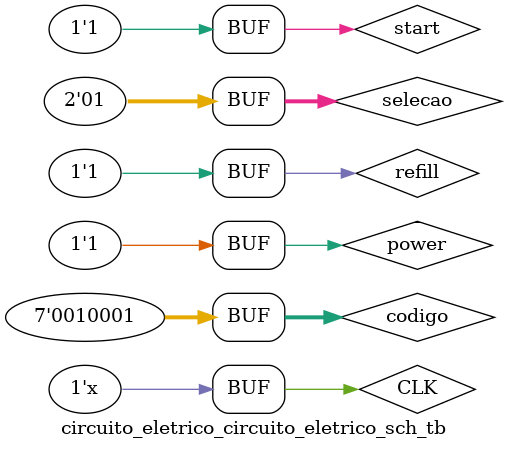
<source format=v>

`timescale 1s/1s

module circuito_eletrico_circuito_eletrico_sch_tb();

// Inputs
reg power;
reg [6:0] codigo;
reg [1:0] selecao;
reg start;
reg refill;
reg CLK;

// Outputs
wire termobloco;
wire bomba;
wire [3:0] reservatorio;
wire [3:0] estado;
wire contador_ligar;

// Instantiate the Unit Under Test (UUT)
circuito_eletrico UUT (
	.power(power), 
	.codigo(codigo), 
	.selecao(selecao), 
	.start(start), 
	.refill(refill), 
	.CLK(CLK), 
	.termobloco(termobloco), 
	.bomba(bomba), 
	.reservatorio(reservatorio), 
	.estado(estado)
);


always 
     #380 CLK = ~CLK;
	initial begin
		{CLK} <= 0;
		power = 0;// Power is off but something was selected (displays "nothing hapens" ) and start has been pressed
		#760;
		power = 1; start =0;	// Power is on, termobloco heats up for 5 seconds 
		#4180;
		codigo = 5'b10011; // Codigo incorreto		 
		#760;
		power = 0;// changed my mind i dont know the code 
		#2280;
		power = 1;// i remembered the code after 3 seconds lets put the power back on
		#760;
		codigo = 5'b10001; // Codigo correto		 
		#760;
		selecao = 2'b10;// selecao	 
		#760;
		start = 1;// start	 
		#3040;
		// proximo café
		start = 0;
		#2280;
		selecao = 2'b01;// selecao	 
		#760;
		start = 1;
		#1520;
		start = 0;
		#1520;
		refill = 1;
		#760;
		start = 1;
		
	end
endmodule

</source>
